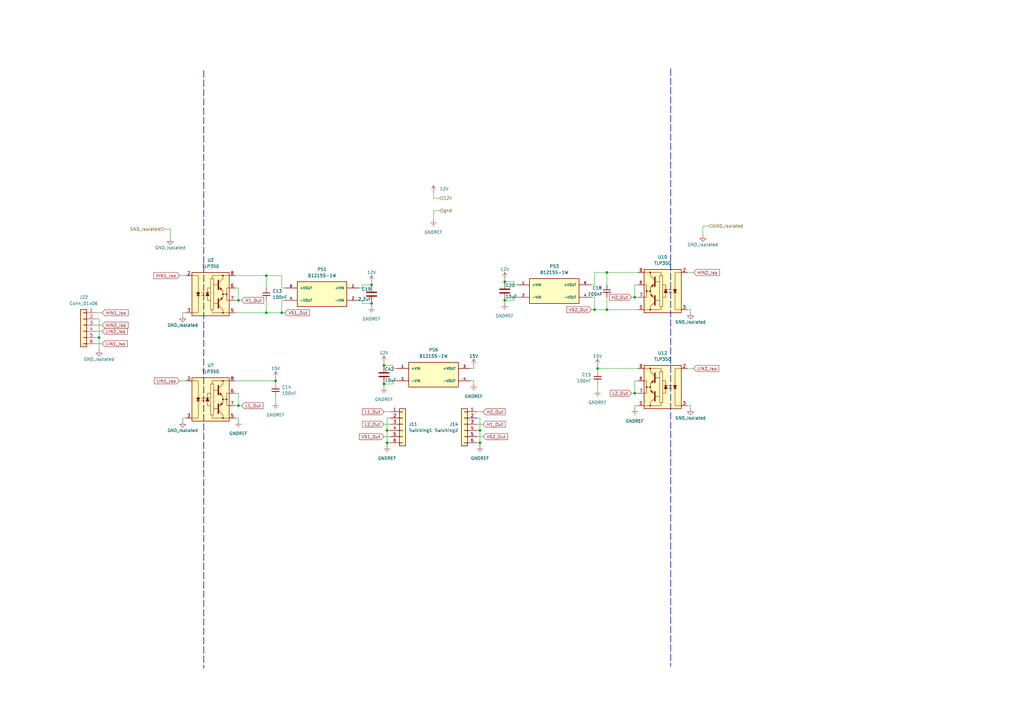
<source format=kicad_sch>
(kicad_sch (version 20250114) (generator "eeschema") (generator_version "9.0")
  (paper "A3")
  (lib_symbols
    (symbol "B1205S-2W_1" (pin_names (offset 1.016))
      (property "Reference" "PS6" (at 0 10.16 0))
      (property "Value" "B1215S-1W" (at 0 7.62 0))
      (symbol "B1205S-2W_1_0_0"
        (rectangle (start -10.16 -5.08) (end 10.16 5.08) (stroke (width 0.254)) (fill (type background)))
        (pin input line (at -15.24 2.54 0) (length 5.08) (name "+VIN") (number "1"))
        (pin input line (at -15.24 -2.54 0) (length 5.08) (name "-VIN") (number "2"))
        (pin output line (at 15.24 2.54 180) (length 5.08) (name "+VOUT") (number "3"))
        (pin output line (at 15.24 -2.54 180) (length 5.08) (name "-VOUT") (number "4"))
      )
    )
    (symbol "B2405S-2W:B1205S-2W" (pin_names (offset 1.016))
      (property "Reference" "PS" (at -10.1639 6.3579 0))
      (property "Value" "B1205S-2W" (at -10.1614 -7.6227 0))
      (symbol "B1205S-2W_0_0"
        (rectangle (start -10.16 -5.08) (end 10.16 5.08) (stroke (width 0.254)) (fill (type background)))
        (pin input line (at -15.24 2.54 0) (length 5.08) (name "+VIN") (number "1"))
        (pin input line (at -15.24 -2.54 0) (length 5.08) (name "-VIN") (number "2"))
        (pin output line (at 15.24 2.54 180) (length 5.08) (name "+VOUT") (number "6"))
        (pin output line (at 15.24 -2.54 180) (length 5.08) (name "-VOUT") (number "4"))
      )
    )
    (symbol "Connector_Generic:Conn_01x06" (pin_names (offset 1.016) (hide yes))
      (property "Reference" "J" (at 0 7.62 0))
      (property "Value" "Conn_01x06" (at 0 -10.16 0))
      (symbol "Conn_01x06_1_1"
        (rectangle (start -1.27 6.35) (end 1.27 -8.89) (stroke (width 0.254)) (fill (type background)))
        (rectangle (start -1.27 5.207) (end 0 4.953) (stroke (width 0.1524)))
        (rectangle (start -1.27 2.667) (end 0 2.413) (stroke (width 0.1524)))
        (rectangle (start -1.27 0.127) (end 0 -0.127) (stroke (width 0.1524)))
        (rectangle (start -1.27 -2.413) (end 0 -2.667) (stroke (width 0.1524)))
        (rectangle (start -1.27 -4.953) (end 0 -5.207) (stroke (width 0.1524)))
        (rectangle (start -1.27 -7.493) (end 0 -7.747) (stroke (width 0.1524)))
        (pin passive line (at -5.08 5.08 0) (length 3.81) (name "Pin_1") (number "1"))
        (pin passive line (at -5.08 2.54 0) (length 3.81) (name "Pin_2") (number "2"))
        (pin passive line (at -5.08 0 0) (length 3.81) (name "Pin_3") (number "3"))
        (pin passive line (at -5.08 -2.54 0) (length 3.81) (name "Pin_4") (number "4"))
        (pin passive line (at -5.08 -5.08 0) (length 3.81) (name "Pin_5") (number "5"))
        (pin passive line (at -5.08 -7.62 0) (length 3.81) (name "Pin_6") (number "6"))
      )
    )
    (symbol "Device:C" (pin_numbers (hide yes)) (pin_names (offset 0.254))
      (property "Reference" "C" (at 0.635 2.54 0))
      (property "Value" "C" (at 0.635 -2.54 0))
      (symbol "C_0_1"
        (polyline (pts (xy -2.032 0.762) (xy 2.032 0.762)) (stroke (width 0.508)))
        (polyline (pts (xy -2.032 -0.762) (xy 2.032 -0.762)) (stroke (width 0.508)))
      )
      (symbol "C_1_1"
        (pin passive line (at 0 3.81 270) (length 2.794) (name "~") (number "1"))
        (pin passive line (at 0 -3.81 90) (length 2.794) (name "~") (number "2"))
      )
    )
    (symbol "Device:C_Small" (pin_numbers (hide yes)) (pin_names (offset 0.254) (hide yes))
      (property "Reference" "C" (at 0.254 1.778 0))
      (property "Value" "C_Small" (at 0.254 -2.032 0))
      (symbol "C_Small_0_1"
        (polyline (pts (xy -1.524 0.508) (xy 1.524 0.508)) (stroke (width 0.3048)))
        (polyline (pts (xy -1.524 -0.508) (xy 1.524 -0.508)) (stroke (width 0.3302)))
      )
      (symbol "C_Small_1_1"
        (pin passive line (at 0 2.54 270) (length 2.032) (name "~") (number "1"))
        (pin passive line (at 0 -2.54 90) (length 2.032) (name "~") (number "2"))
      )
    )
    (symbol "Driver_FET:TLP250" (pin_names (hide yes))
      (property "Reference" "U" (at 0 12.7 0))
      (property "Value" "TLP250" (at 0 10.16 0))
      (symbol "TLP250_0_1"
        (rectangle (start -7.62 8.89) (end 7.62 -8.89) (stroke (width 0.254)) (fill (type background)))
        (polyline (pts (xy -7.62 7.62) (xy -5.08 7.62) (xy -5.08 -7.62) (xy -7.62 -7.62)))
        (polyline (pts (xy -5.715 -0.635) (xy -4.445 -0.635)) (stroke (width 0.254)))
        (polyline (pts (xy -5.08 -0.635) (xy -5.715 0.635) (xy -4.445 0.635) (xy -5.08 -0.635)) (stroke (width 0.254)) (fill (type outline)))
        (polyline (pts (xy -3.81 0.508) (xy -2.54 0.508) (xy -2.921 0.381) (xy -2.921 0.635) (xy -2.54 0.508)))
        (polyline (pts (xy -3.81 -0.508) (xy -2.54 -0.508) (xy -2.921 -0.635) (xy -2.921 -0.381) (xy -2.54 -0.508)))
        (polyline (pts (xy -1.27 0.635) (xy -1.27 2.54) (xy 0 2.54)))
        (polyline (pts (xy -1.27 0.635) (xy -0.635 -0.635) (xy -1.905 -0.635) (xy -1.27 0.635)) (stroke (width 0.254)) (fill (type outline)))
        (polyline (pts (xy -1.27 -0.635) (xy -1.27 -2.54) (xy 0 -2.54)))
        (polyline (pts (xy -0.635 0.635) (xy -1.905 0.635)) (stroke (width 0.254)))
        (rectangle (start 0.635 6.35) (end 0.635 7.62))
        (rectangle (start 0.635 6.35) (end 0.635 6.35))
        (polyline (pts (xy 0.635 -6.35) (xy 0.635 -7.62) (xy 7.62 -7.62)))
        (polyline (pts (xy 1.27 6.35) (xy 1.27 -6.35) (xy 0 -6.35) (xy 0 6.35) (xy 1.27 6.35)))
        (polyline (pts (xy 3.048 3.81) (xy 1.27 3.81)))
        (polyline (pts (xy 3.048 -3.81) (xy 1.27 -3.81)))
        (polyline (pts (xy 3.175 5.715) (xy 3.175 1.905) (xy 3.175 1.905)) (stroke (width 0.508)))
        (polyline (pts (xy 3.175 4.445) (xy 5.08 6.35)))
        (polyline (pts (xy 3.175 -4.445) (xy 5.08 -6.35)))
        (polyline (pts (xy 3.175 -5.715) (xy 3.175 -1.905) (xy 3.175 -1.905)) (stroke (width 0.508)))
        (polyline (pts (xy 3.683 2.159) (xy 4.191 2.667) (xy 4.699 1.651) (xy 3.683 2.159) (xy 3.683 2.159)) (fill (type outline)))
        (polyline (pts (xy 4.953 -1.905) (xy 4.445 -1.397) (xy 3.937 -2.413) (xy 4.953 -1.905) (xy 4.953 -1.905)) (fill (type outline)))
        (circle (center 5.08 7.62) (radius 0.254) (fill (type outline)))
        (polyline (pts (xy 5.08 6.35) (xy 5.08 7.62)))
        (polyline (pts (xy 5.08 1.27) (xy 3.175 3.175)) (fill (type outline)))
        (rectangle (start 5.08 1.27) (end 5.08 -1.27))
        (polyline (pts (xy 5.08 0) (xy 6.604 0)))
        (circle (center 5.08 0) (radius 0.254) (fill (type outline)))
        (polyline (pts (xy 5.08 -1.27) (xy 3.175 -3.175)) (fill (type outline)))
        (polyline (pts (xy 5.08 -6.35) (xy 5.08 -7.62)))
        (circle (center 5.08 -7.62) (radius 0.254) (fill (type outline)))
        (circle (center 6.604 0) (radius 0.254) (fill (type outline)))
        (polyline (pts (xy 7.62 7.62) (xy 0.635 7.62)))
        (polyline (pts (xy 7.62 2.54) (xy 6.604 2.54) (xy 6.604 -2.54) (xy 7.62 -2.54)))
      )
      (symbol "TLP250_1_1"
        (pin passive line (at -10.16 7.62 0) (length 2.54) (name "A") (number "2"))
        (pin passive line (at -10.16 -7.62 0) (length 2.54) (name "C") (number "3"))
        (pin no_connect line (at -7.62 2.54 0) (length 2.54) (hide yes) (name "NC") (number "1"))
        (pin no_connect line (at -7.62 -2.54 0) (length 2.54) (hide yes) (name "NC") (number "4"))
        (pin power_in line (at 10.16 7.62 180) (length 2.54) (name "VCC") (number "8"))
        (pin output line (at 10.16 2.54 180) (length 2.54) (name "VO") (number "6"))
        (pin output line (at 10.16 -2.54 180) (length 2.54) (name "VO") (number "7"))
        (pin power_in line (at 10.16 -7.62 180) (length 2.54) (name "VEE") (number "5"))
      )
    )
    (symbol "power:+48V" (power) (pin_numbers (hide yes)) (pin_names (offset 0) (hide yes))
      (property "Value" "+48V" (at 0 3.556 0))
      (symbol "+48V_0_1"
        (polyline (pts (xy -0.762 1.27) (xy 0 2.54)))
        (polyline (pts (xy 0 2.54) (xy 0.762 1.27)))
        (polyline (pts (xy 0 0) (xy 0 2.54)))
      )
      (symbol "+48V_1_1"
        (pin power_in line (at 0 0 90) (length 0) (name "~") (number "1"))
      )
    )
    (symbol "power:GND" (power) (pin_numbers (hide yes)) (pin_names (offset 0) (hide yes))
      (property "Value" "GND" (at 0 -3.81 0))
      (symbol "GND_0_1"
        (polyline (pts (xy 0 0) (xy 0 -1.27) (xy 1.27 -1.27) (xy 0 -2.54) (xy -1.27 -1.27) (xy 0 -1.27)))
      )
      (symbol "GND_1_1"
        (pin power_in line (at 0 0 270) (length 0) (name "~") (number "1"))
      )
    )
    (symbol "power:GNDREF" (power) (pin_numbers (hide yes)) (pin_names (offset 0) (hide yes))
      (property "Value" "GNDREF" (at 0 -3.81 0))
      (symbol "GNDREF_0_1"
        (polyline (pts (xy -0.635 -1.905) (xy 0.635 -1.905)))
        (polyline (pts (xy -0.127 -2.54) (xy 0.127 -2.54)))
        (polyline (pts (xy 0 -1.27) (xy 0 0)))
        (polyline (pts (xy 1.27 -1.27) (xy -1.27 -1.27)))
      )
      (symbol "GNDREF_1_1"
        (pin power_in line (at 0 0 270) (length 0) (name "~") (number "1"))
      )
    )
  )
  (junction (at 97.79 166.37))
  (junction (at 260.35 161.29))
  (junction (at 157.48 149.86))
  (junction (at 207.01 123.19))
  (junction (at 97.79 123.19))
  (junction (at 196.85 181.61))
  (junction (at 109.22 113.03))
  (junction (at 260.35 121.92))
  (junction (at 152.4 116.84))
  (junction (at 207.01 115.57))
  (junction (at 158.75 176.53))
  (junction (at 196.85 176.53))
  (junction (at 113.03 156.21))
  (junction (at 248.92 111.76))
  (junction (at 40.64 138.43))
  (junction (at 152.4 124.46))
  (junction (at 245.11 151.13))
  (junction (at 109.22 128.27))
  (junction (at 115.57 128.27))
  (junction (at 243.84 127))
  (junction (at 157.48 157.48))
  (junction (at 158.75 181.61))
  (junction (at 248.92 127))
  (wire (pts (xy 194.31 156.21) (xy 194.31 157.48)))
  (wire (pts (xy 157.48 168.91) (xy 160.02 168.91)))
  (wire (pts (xy 157.48 148.59) (xy 157.48 149.86)))
  (wire (pts (xy 243.84 127) (xy 248.92 127)))
  (wire (pts (xy 243.84 121.92) (xy 243.84 127)))
  (wire (pts (xy 242.57 121.92) (xy 243.84 121.92)))
  (polyline (pts (xy 275.082 28.194) (xy 275.082 273.304)) (stroke (width 0.254) (type dash)))
  (wire (pts (xy 148.59 118.11) (xy 147.32 118.11)))
  (wire (pts (xy 177.8 90.17) (xy 177.8 86.36)))
  (wire (pts (xy 157.48 149.86) (xy 161.29 149.86)))
  (wire (pts (xy 196.85 182.88) (xy 196.85 181.61)))
  (wire (pts (xy 260.35 156.21) (xy 260.35 161.29)))
  (wire (pts (xy 177.8 81.28) (xy 180.34 81.28)))
  (wire (pts (xy 158.75 176.53) (xy 160.02 176.53)))
  (wire (pts (xy 210.82 115.57) (xy 210.82 116.84)))
  (wire (pts (xy 162.56 156.21) (xy 161.29 156.21)))
  (wire (pts (xy 113.03 162.56) (xy 113.03 165.1)))
  (wire (pts (xy 115.57 118.11) (xy 116.84 118.11)))
  (wire (pts (xy 96.52 171.45) (xy 97.79 171.45)))
  (wire (pts (xy 97.79 118.11) (xy 97.79 123.19)))
  (wire (pts (xy 193.04 151.13) (xy 194.31 151.13)))
  (wire (pts (xy 40.64 130.81) (xy 39.37 130.81)))
  (wire (pts (xy 39.37 135.89) (xy 41.91 135.89)))
  (wire (pts (xy 261.62 161.29) (xy 260.35 161.29)))
  (wire (pts (xy 152.4 115.57) (xy 152.4 116.84)))
  (wire (pts (xy 196.85 176.53) (xy 196.85 171.45)))
  (wire (pts (xy 207.01 114.3) (xy 207.01 115.57)))
  (wire (pts (xy 161.29 151.13) (xy 162.56 151.13)))
  (wire (pts (xy 73.66 113.03) (xy 76.2 113.03)))
  (wire (pts (xy 39.37 128.27) (xy 41.91 128.27)))
  (wire (pts (xy 97.79 123.19) (xy 99.06 123.19)))
  (wire (pts (xy 196.85 171.45) (xy 195.58 171.45)))
  (wire (pts (xy 97.79 161.29) (xy 97.79 166.37)))
  (wire (pts (xy 96.52 123.19) (xy 97.79 123.19)))
  (wire (pts (xy 115.57 128.27) (xy 116.84 128.27)))
  (wire (pts (xy 39.37 140.97) (xy 41.91 140.97)))
  (wire (pts (xy 113.03 156.21) (xy 96.52 156.21)))
  (wire (pts (xy 245.11 149.86) (xy 245.11 151.13)))
  (wire (pts (xy 248.92 121.92) (xy 248.92 127)))
  (wire (pts (xy 74.93 128.27) (xy 74.93 129.54)))
  (wire (pts (xy 261.62 116.84) (xy 260.35 116.84)))
  (wire (pts (xy 161.29 149.86) (xy 161.29 151.13)))
  (wire (pts (xy 198.12 179.07) (xy 195.58 179.07)))
  (wire (pts (xy 158.75 181.61) (xy 158.75 176.53)))
  (wire (pts (xy 177.8 78.74) (xy 177.8 81.28)))
  (wire (pts (xy 193.04 156.21) (xy 194.31 156.21)))
  (wire (pts (xy 147.32 123.19) (xy 148.59 123.19)))
  (wire (pts (xy 97.79 166.37) (xy 99.06 166.37)))
  (wire (pts (xy 198.12 168.91) (xy 195.58 168.91)))
  (wire (pts (xy 152.4 116.84) (xy 148.59 116.84)))
  (wire (pts (xy 109.22 128.27) (xy 115.57 128.27)))
  (wire (pts (xy 210.82 121.92) (xy 210.82 123.19)))
  (wire (pts (xy 96.52 128.27) (xy 109.22 128.27)))
  (wire (pts (xy 261.62 121.92) (xy 260.35 121.92)))
  (wire (pts (xy 212.09 121.92) (xy 210.82 121.92)))
  (wire (pts (xy 96.52 161.29) (xy 97.79 161.29)))
  (wire (pts (xy 243.84 116.84) (xy 243.84 111.76)))
  (wire (pts (xy 115.57 123.19) (xy 116.84 123.19)))
  (wire (pts (xy 158.75 181.61) (xy 160.02 181.61)))
  (wire (pts (xy 261.62 156.21) (xy 260.35 156.21)))
  (wire (pts (xy 67.31 93.98) (xy 69.85 93.98)))
  (wire (pts (xy 260.35 121.92) (xy 259.08 121.92)))
  (wire (pts (xy 210.82 116.84) (xy 212.09 116.84)))
  (wire (pts (xy 248.92 116.84) (xy 248.92 111.76)))
  (wire (pts (xy 288.29 92.71) (xy 288.29 96.52)))
  (wire (pts (xy 284.48 111.76) (xy 281.94 111.76)))
  (wire (pts (xy 196.85 181.61) (xy 195.58 181.61)))
  (wire (pts (xy 148.59 123.19) (xy 148.59 124.46)))
  (wire (pts (xy 152.4 124.46) (xy 152.4 125.73)))
  (wire (pts (xy 207.01 124.46) (xy 207.01 123.19)))
  (wire (pts (xy 74.93 128.27) (xy 76.2 128.27)))
  (wire (pts (xy 39.37 133.35) (xy 41.91 133.35)))
  (wire (pts (xy 260.35 166.37) (xy 260.35 167.64)))
  (wire (pts (xy 113.03 157.48) (xy 113.03 156.21)))
  (wire (pts (xy 260.35 161.29) (xy 259.08 161.29)))
  (wire (pts (xy 97.79 171.45) (xy 97.79 172.72)))
  (wire (pts (xy 39.37 138.43) (xy 40.64 138.43)))
  (wire (pts (xy 198.12 173.99) (xy 195.58 173.99)))
  (wire (pts (xy 196.85 181.61) (xy 196.85 176.53)))
  (wire (pts (xy 115.57 113.03) (xy 115.57 118.11)))
  (wire (pts (xy 69.85 93.98) (xy 69.85 97.79)))
  (wire (pts (xy 290.83 92.71) (xy 288.29 92.71)))
  (wire (pts (xy 109.22 113.03) (xy 115.57 113.03)))
  (wire (pts (xy 113.03 154.94) (xy 113.03 156.21)))
  (wire (pts (xy 243.84 111.76) (xy 248.92 111.76)))
  (wire (pts (xy 242.57 116.84) (xy 243.84 116.84)))
  (wire (pts (xy 161.29 156.21) (xy 161.29 157.48)))
  (wire (pts (xy 74.93 171.45) (xy 74.93 172.72)))
  (wire (pts (xy 245.11 152.4) (xy 245.11 151.13)))
  (wire (pts (xy 248.92 111.76) (xy 261.62 111.76)))
  (wire (pts (xy 96.52 113.03) (xy 109.22 113.03)))
  (wire (pts (xy 157.48 179.07) (xy 160.02 179.07)))
  (wire (pts (xy 158.75 171.45) (xy 160.02 171.45)))
  (wire (pts (xy 96.52 118.11) (xy 97.79 118.11)))
  (wire (pts (xy 96.52 166.37) (xy 97.79 166.37)))
  (wire (pts (xy 283.21 127) (xy 283.21 128.27)))
  (wire (pts (xy 284.48 151.13) (xy 281.94 151.13)))
  (wire (pts (xy 148.59 116.84) (xy 148.59 118.11)))
  (wire (pts (xy 157.48 157.48) (xy 161.29 157.48)))
  (wire (pts (xy 158.75 182.88) (xy 158.75 181.61)))
  (wire (pts (xy 157.48 173.99) (xy 160.02 173.99)))
  (wire (pts (xy 115.57 123.19) (xy 115.57 128.27)))
  (wire (pts (xy 73.66 156.21) (xy 76.2 156.21)))
  (wire (pts (xy 157.48 158.75) (xy 157.48 157.48)))
  (wire (pts (xy 158.75 176.53) (xy 158.75 171.45)))
  (wire (pts (xy 40.64 138.43) (xy 40.64 143.51)))
  (wire (pts (xy 248.92 127) (xy 261.62 127)))
  (wire (pts (xy 207.01 123.19) (xy 210.82 123.19)))
  (polyline (pts (xy 83.566 28.956) (xy 83.566 274.066)) (stroke (width 0.254) (type dash)))
  (wire (pts (xy 245.11 157.48) (xy 245.11 160.02)))
  (wire (pts (xy 245.11 151.13) (xy 261.62 151.13)))
  (wire (pts (xy 261.62 166.37) (xy 260.35 166.37)))
  (wire (pts (xy 283.21 166.37) (xy 283.21 167.64)))
  (wire (pts (xy 242.57 127) (xy 243.84 127)))
  (wire (pts (xy 177.8 86.36) (xy 180.34 86.36)))
  (wire (pts (xy 207.01 115.57) (xy 210.82 115.57)))
  (wire (pts (xy 109.22 113.03) (xy 109.22 118.11)))
  (wire (pts (xy 109.22 123.19) (xy 109.22 128.27)))
  (wire (pts (xy 260.35 116.84) (xy 260.35 121.92)))
  (wire (pts (xy 40.64 130.81) (xy 40.64 138.43)))
  (wire (pts (xy 283.21 127) (xy 281.94 127)))
  (wire (pts (xy 196.85 176.53) (xy 195.58 176.53)))
  (wire (pts (xy 283.21 166.37) (xy 281.94 166.37)))
  (wire (pts (xy 152.4 124.46) (xy 148.59 124.46)))
  (wire (pts (xy 74.93 171.45) (xy 76.2 171.45)))
  (wire (pts (xy 194.31 151.13) (xy 194.31 149.86)))
  (global_label "L2_Out" (shape input) (at 157.48 173.99 180) (property "Intersheetrefs" "${INTERSHEET_REFS}" (effects (hide yes))))
  (global_label "L1_Out" (shape input) (at 99.06 166.37 0) (property "Intersheetrefs" "${INTERSHEET_REFS}" (effects (hide yes))))
  (global_label "H2_Out" (shape input) (at 259.08 121.92 180) (property "Intersheetrefs" "${INTERSHEET_REFS}" (effects (hide yes))))
  (global_label "VS2_Out" (shape input) (at 198.12 179.07 0) (property "Intersheetrefs" "${INTERSHEET_REFS}" (effects (hide yes))))
  (global_label "HIN1_Iso" (shape input) (at 41.91 128.27 0) (property "Intersheetrefs" "${INTERSHEET_REFS}" (effects (hide yes))))
  (global_label "LIN2_Iso" (shape input) (at 41.91 135.89 0) (property "Intersheetrefs" "${INTERSHEET_REFS}" (effects (hide yes))))
  (global_label "HIN2_Iso" (shape input) (at 284.48 111.76 0) (property "Intersheetrefs" "${INTERSHEET_REFS}" (effects (hide yes))))
  (global_label "L1_Out" (shape input) (at 157.48 168.91 180) (property "Intersheetrefs" "${INTERSHEET_REFS}" (effects (hide yes))))
  (global_label "H2_Out" (shape input) (at 198.12 168.91 0) (property "Intersheetrefs" "${INTERSHEET_REFS}" (effects (hide yes))))
  (global_label "VS1_Out" (shape input) (at 116.84 128.27 0) (property "Intersheetrefs" "${INTERSHEET_REFS}" (effects (hide yes))))
  (global_label "HIN1_Iso" (shape input) (at 73.66 113.03 180) (property "Intersheetrefs" "${INTERSHEET_REFS}" (effects (hide yes))))
  (global_label "L2_Out" (shape input) (at 259.08 161.29 180) (property "Intersheetrefs" "${INTERSHEET_REFS}" (effects (hide yes))))
  (global_label "HIN2_Iso" (shape input) (at 41.91 133.35 0) (property "Intersheetrefs" "${INTERSHEET_REFS}" (effects (hide yes))))
  (global_label "H1_Out" (shape input) (at 198.12 173.99 0) (property "Intersheetrefs" "${INTERSHEET_REFS}" (effects (hide yes))))
  (global_label "VS1_Out" (shape input) (at 157.48 179.07 180) (property "Intersheetrefs" "${INTERSHEET_REFS}" (effects (hide yes))))
  (global_label "H1_Out" (shape input) (at 99.06 123.19 0) (property "Intersheetrefs" "${INTERSHEET_REFS}" (effects (hide yes))))
  (global_label "LIN2_Iso" (shape input) (at 284.48 151.13 0) (property "Intersheetrefs" "${INTERSHEET_REFS}" (effects (hide yes))))
  (global_label "LIN1_Iso" (shape input) (at 41.91 140.97 0) (property "Intersheetrefs" "${INTERSHEET_REFS}" (effects (hide yes))))
  (global_label "LIN1_Iso" (shape input) (at 73.66 156.21 180) (property "Intersheetrefs" "${INTERSHEET_REFS}" (effects (hide yes))))
  (global_label "VS2_Out" (shape input) (at 242.57 127 180) (property "Intersheetrefs" "${INTERSHEET_REFS}" (effects (hide yes))))
  (hierarchical_label "GND_Isolated" (shape input) (at 67.31 93.98 180))
  (hierarchical_label "12V" (shape input) (at 180.34 81.28 0))
  (hierarchical_label "gnd" (shape input) (at 180.34 86.36 0))
  (hierarchical_label "GND_Isolated" (shape input) (at 290.83 92.71 0))
  (symbol (lib_id "power:GNDREF") (at 196.85 182.88 0) (mirror y) (unit 1)
    (property "Reference" "#PWR030" (effects (hide yes)))
    (property "Value" "GNDREF" (at 196.85 187.96 0))
    (property "Description" "Power symbol creates a global label with name \"GNDREF\" , reference supply ground" (effects (hide yes)))
  )
  (symbol (lib_id "power:+48V") (at 157.48 148.59 0) (mirror y) (unit 1)
    (property "Reference" "#PWR016" (effects (hide yes)))
    (property "Value" "12V" (at 157.48 144.78 0))
    (property "Description" "Power symbol creates a global label with name \"+48V\"" (effects (hide yes)))
  )
  (symbol (lib_id "power:GND") (at 40.64 143.51 0) (unit 1)
    (property "Reference" "#PWR0139" (effects (hide yes)))
    (property "Value" "GND_Isolated" (at 40.64 147.32 0))
    (property "Description" "Power symbol creates a global label with name \"GND\" , ground" (effects (hide yes)))
  )
  (symbol (lib_id "B2405S-2W:B1205S-2W") (at 227.33 119.38 0) (unit 1)
    (property "Reference" "PS3" (at 227.33 109.22 0))
    (property "Value" "B1215S-1W" (at 227.33 111.76 0))
    (property "Footprint" "SIP4_B_S-1WR3_MNS:SIP4_B_S-1WR3_MNS" (effects (hide yes)))
    (property "MF" "Recom Power" (effects (hide yes)))
    (property "MAXIMUM_PACKAGE_HEIGHT" "10.2mm" (effects (hide yes)))
    (property "Package" "SIP-7 Recom Power" (effects (hide yes)))
    (property "Price" "None" (effects (hide yes)))
    (property "Check_prices" "https://www.snapeda.com/parts/RE-2405S/HP/Recom+Power/view-part/?ref=eda" (effects (hide yes)))
    (property "STANDARD" "Manufacturer Recommendations" (effects (hide yes)))
    (property "PARTREV" "1" (effects (hide yes)))
    (property "SnapEDA_Link" "https://www.snapeda.com/parts/RE-2405S/HP/Recom+Power/view-part/?ref=snap" (effects (hide yes)))
    (property "MP" "RE-2405S/HP" (effects (hide yes)))
    (property "Description_1" "1W DC/DC-Converter 'ECONOLINE' SIP7 2kV unreg" (effects (hide yes)))
    (property "Availability" "In Stock" (effects (hide yes)))
    (property "MANUFACTURER" "Recom" (effects (hide yes)))
  )
  (symbol (lib_id "Driver_FET:TLP250") (at 271.78 158.75 0) (mirror y) (unit 1)
    (property "Reference" "U12" (at 271.78 144.78 0))
    (property "Value" "TLP350" (at 271.78 147.32 0))
    (property "Footprint" "Package_SO:SOP-8_3.76x4.96mm_P1.27mm" (effects (hide yes)))
    (property "Datasheet" "http://toshiba.semicon-storage.com/info/docget.jsp?did=16821&prodName=TLP250" (effects (hide yes)))
    (property "Description" "Gate Drive Optocoupler, Output Current 1.5/1.5A, DIP-8" (effects (hide yes)))
  )
  (symbol (lib_id "power:GNDREF") (at 152.4 125.73 0) (unit 1)
    (property "Reference" "#PWR0189" (effects (hide yes)))
    (property "Value" "GNDREF" (at 152.4 130.81 0))
    (property "Description" "Power symbol creates a global label with name \"GNDREF\" , reference supply ground" (effects (hide yes)))
  )
  (symbol (lib_id "power:GNDREF") (at 260.35 167.64 0) (mirror y) (unit 1)
    (property "Reference" "#PWR0132" (effects (hide yes)))
    (property "Value" "GNDREF" (at 260.35 172.72 0))
    (property "Description" "Power symbol creates a global label with name \"GNDREF\" , reference supply ground" (effects (hide yes)))
  )
  (symbol (lib_id "power:GNDREF") (at 245.11 160.02 0) (mirror y) (unit 1)
    (property "Reference" "#PWR0129" (effects (hide yes)))
    (property "Value" "GNDREF" (at 245.11 165.1 0))
    (property "Description" "Power symbol creates a global label with name \"GNDREF\" , reference supply ground" (effects (hide yes)))
  )
  (symbol (lib_id "Driver_FET:TLP250") (at 86.36 163.83 0) (unit 1)
    (property "Reference" "U7" (at 86.36 149.86 0))
    (property "Value" "TLP350" (at 86.36 152.4 0))
    (property "Footprint" "Package_SO:SOP-8_3.76x4.96mm_P1.27mm" (effects (hide yes)))
    (property "Datasheet" "http://toshiba.semicon-storage.com/info/docget.jsp?did=16821&prodName=TLP250" (effects (hide yes)))
    (property "Description" "Gate Drive Optocoupler, Output Current 1.5/1.5A, DIP-8" (effects (hide yes)))
  )
  (symbol (lib_id "Connector_Generic:Conn_01x06") (at 34.29 133.35 0) (mirror y) (unit 1)
    (property "Reference" "J22" (at 34.29 121.92 0))
    (property "Value" "Conn_01x06" (at 34.29 124.46 0))
    (property "Footprint" "Connector_PinSocket_2.54mm:PinSocket_1x06_P2.54mm_Vertical" (effects (hide yes)))
    (property "Description" "Generic connector, single row, 01x06, script generated (kicad-library-utils/schlib/autogen/connector/)" (effects (hide yes)))
  )
  (symbol (lib_id "Connector_Generic:Conn_01x06") (at 165.1 173.99 0) (unit 1)
    (property "Reference" "J11" (at 167.64 173.9899 0) (effects (justify left)))
    (property "Value" "Swiching1" (at 167.64 176.5299 0) (effects (justify left)))
    (property "Footprint" "Connector_Molex:Molex_Mini-Fit_Jr_5566-06A_2x03_P4.20mm_Vertical" (effects (hide yes)))
    (property "Description" "Generic connector, single row, 01x06, script generated (kicad-library-utils/schlib/autogen/connector/)" (effects (hide yes)))
  )
  (symbol (lib_id "power:GND") (at 288.29 96.52 0) (unit 1)
    (property "Reference" "#PWR0151" (effects (hide yes)))
    (property "Value" "GND_Isolated" (at 288.29 100.33 0))
    (property "Description" "Power symbol creates a global label with name \"GND\" , ground" (effects (hide yes)))
  )
  (symbol (lib_id "power:+48V") (at 177.8 78.74 0) (unit 1)
    (property "Reference" "#PWR0122" (effects (hide yes)))
    (property "Value" "12V" (at 180.34 77.4699 0) (effects (justify left)))
    (property "Description" "Power symbol creates a global label with name \"+48V\"" (effects (hide yes)))
  )
  (symbol (lib_id "Device:C_Small") (at 109.22 120.65 0) (unit 1)
    (property "Reference" "C13" (at 111.76 119.3862 0) (effects (justify left)))
    (property "Value" "100nF" (at 111.76 121.9262 0) (effects (justify left)))
    (property "Footprint" "Capacitor_SMD:C_0805_2012Metric" (effects (hide yes)))
  )
  (symbol (lib_id "power:GNDREF") (at 207.01 124.46 0) (mirror y) (unit 1)
    (property "Reference" "#PWR0130" (effects (hide yes)))
    (property "Value" "GNDREF" (at 207.01 129.54 0))
    (property "Description" "Power symbol creates a global label with name \"GNDREF\" , reference supply ground" (effects (hide yes)))
  )
  (symbol (lib_id "Device:C") (at 207.01 119.38 0) (unit 1)
    (property "Reference" "C20" (at 207.264 117.094 0) (effects (justify left)))
    (property "Value" "10uF" (at 207.264 121.666 0) (effects (justify left)))
    (property "Footprint" "Capacitor_SMD:C_0805_2012Metric" (effects (hide yes)))
    (property "Description" "Unpolarized capacitor" (effects (hide yes)))
  )
  (symbol (lib_id "power:GNDREF") (at 157.48 158.75 0) (mirror y) (unit 1)
    (property "Reference" "#PWR026" (effects (hide yes)))
    (property "Value" "GNDREF" (at 157.48 163.83 0))
    (property "Description" "Power symbol creates a global label with name \"GNDREF\" , reference supply ground" (effects (hide yes)))
  )
  (symbol (lib_id "B2405S-2W:B1205S-2W") (at 132.08 120.65 0) (mirror y) (unit 1)
    (property "Reference" "PS1" (at 132.08 110.49 0))
    (property "Value" "B1215S-1W" (at 132.08 113.03 0))
    (property "Footprint" "SIP4_B_S-1WR3_MNS:SIP4_B_S-1WR3_MNS" (effects (hide yes)))
    (property "MF" "Recom Power" (effects (hide yes)))
    (property "MAXIMUM_PACKAGE_HEIGHT" "10.2mm" (effects (hide yes)))
    (property "Package" "SIP-7 Recom Power" (effects (hide yes)))
    (property "Price" "None" (effects (hide yes)))
    (property "Check_prices" "https://www.snapeda.com/parts/RE-2405S/HP/Recom+Power/view-part/?ref=eda" (effects (hide yes)))
    (property "STANDARD" "Manufacturer Recommendations" (effects (hide yes)))
    (property "PARTREV" "1" (effects (hide yes)))
    (property "SnapEDA_Link" "https://www.snapeda.com/parts/RE-2405S/HP/Recom+Power/view-part/?ref=snap" (effects (hide yes)))
    (property "MP" "RE-2405S/HP" (effects (hide yes)))
    (property "Description_1" "1W DC/DC-Converter 'ECONOLINE' SIP7 2kV unreg" (effects (hide yes)))
    (property "Availability" "In Stock" (effects (hide yes)))
    (property "MANUFACTURER" "Recom" (effects (hide yes)))
  )
  (symbol (lib_id "power:+48V") (at 152.4 115.57 0) (unit 1)
    (property "Reference" "#PWR0188" (effects (hide yes)))
    (property "Value" "12V" (at 152.4 111.76 0))
    (property "Description" "Power symbol creates a global label with name \"+48V\"" (effects (hide yes)))
  )
  (symbol (lib_id "power:GND") (at 74.93 129.54 0) (unit 1)
    (property "Reference" "#PWR0194" (effects (hide yes)))
    (property "Value" "GND_Isolated" (at 74.93 133.35 0))
    (property "Description" "Power symbol creates a global label with name \"GND\" , ground" (effects (hide yes)))
  )
  (symbol (lib_id "Device:C_Small") (at 248.92 119.38 0) (mirror y) (unit 1)
    (property "Reference" "C18" (at 246.888 118.11 0) (effects (justify left)))
    (property "Value" "100nF" (at 247.142 120.65 0) (effects (justify left)))
    (property "Footprint" "Capacitor_SMD:C_0805_2012Metric" (effects (hide yes)))
  )
  (symbol (lib_id "Connector_Generic:Conn_01x06") (at 190.5 173.99 0) (mirror y) (unit 1)
    (property "Reference" "J14" (at 187.96 173.9899 0) (effects (justify left)))
    (property "Value" "Swiching2" (at 187.96 176.5299 0) (effects (justify left)))
    (property "Footprint" "Connector_Molex:Molex_Mini-Fit_Jr_5566-06A_2x03_P4.20mm_Vertical" (effects (hide yes)))
    (property "Description" "Generic connector, single row, 01x06, script generated (kicad-library-utils/schlib/autogen/connector/)" (effects (hide yes)))
  )
  (symbol (lib_id "power:GND") (at 283.21 167.64 0) (mirror y) (unit 1)
    (property "Reference" "#PWR0135" (effects (hide yes)))
    (property "Value" "GND_Isolated" (at 283.21 171.45 0))
    (property "Description" "Power symbol creates a global label with name \"GND\" , ground" (effects (hide yes)))
  )
  (symbol (lib_id "Device:C_Small") (at 113.03 160.02 0) (unit 1)
    (property "Reference" "C14" (at 115.57 158.7562 0) (effects (justify left)))
    (property "Value" "100nF" (at 115.57 161.2962 0) (effects (justify left)))
    (property "Footprint" "Capacitor_SMD:C_0805_2012Metric" (effects (hide yes)))
  )
  (symbol (lib_id "Driver_FET:TLP250") (at 271.78 119.38 0) (mirror y) (unit 1)
    (property "Reference" "U10" (at 271.78 105.41 0))
    (property "Value" "TLP350" (at 271.78 107.95 0))
    (property "Footprint" "Package_SO:SOP-8_3.76x4.96mm_P1.27mm" (effects (hide yes)))
    (property "Datasheet" "http://toshiba.semicon-storage.com/info/docget.jsp?did=16821&prodName=TLP250" (effects (hide yes)))
    (property "Description" "Gate Drive Optocoupler, Output Current 1.5/1.5A, DIP-8" (effects (hide yes)))
  )
  (symbol (lib_name "B1205S-2W_1") (lib_id "B2405S-2W:B1205S-2W") (at 177.8 153.67 0) (unit 1)
    (property "Reference" "PS6" (at 177.8 143.51 0))
    (property "Value" "B1215S-1W" (at 177.8 146.05 0))
    (property "Footprint" "SIP4_B_S-1WR3_MNS:SIP4_B_S-1WR3_MNS" (effects (hide yes)))
    (property "MF" "Recom Power" (effects (hide yes)))
    (property "MAXIMUM_PACKAGE_HEIGHT" "10.2mm" (effects (hide yes)))
    (property "Package" "SIP-7 Recom Power" (effects (hide yes)))
    (property "Price" "None" (effects (hide yes)))
    (property "Check_prices" "https://www.snapeda.com/parts/RE-2405S/HP/Recom+Power/view-part/?ref=eda" (effects (hide yes)))
    (property "STANDARD" "Manufacturer Recommendations" (effects (hide yes)))
    (property "PARTREV" "1" (effects (hide yes)))
    (property "SnapEDA_Link" "https://www.snapeda.com/parts/RE-2405S/HP/Recom+Power/view-part/?ref=snap" (effects (hide yes)))
    (property "MP" "RE-2405S/HP" (effects (hide yes)))
    (property "Description_1" "1W DC/DC-Converter 'ECONOLINE' SIP7 2kV unreg" (effects (hide yes)))
    (property "Availability" "In Stock" (effects (hide yes)))
    (property "MANUFACTURER" "Recom" (effects (hide yes)))
  )
  (symbol (lib_id "power:GND") (at 69.85 97.79 0) (mirror y) (unit 1)
    (property "Reference" "#PWR0193" (effects (hide yes)))
    (property "Value" "GND_Isolated" (at 69.85 101.6 0))
    (property "Description" "Power symbol creates a global label with name \"GND\" , ground" (effects (hide yes)))
  )
  (symbol (lib_id "power:GND") (at 74.93 172.72 0) (unit 1)
    (property "Reference" "#PWR0195" (effects (hide yes)))
    (property "Value" "GND_Isolated" (at 74.93 176.53 0))
    (property "Description" "Power symbol creates a global label with name \"GND\" , ground" (effects (hide yes)))
  )
  (symbol (lib_id "Device:C") (at 152.4 120.65 0) (unit 1)
    (property "Reference" "C19" (at 148.336 118.618 0) (effects (justify left)))
    (property "Value" "2.2uF" (at 146.812 122.682 0) (effects (justify left)))
    (property "Footprint" "Capacitor_SMD:C_0805_2012Metric" (effects (hide yes)))
    (property "Description" "Unpolarized capacitor" (effects (hide yes)))
  )
  (symbol (lib_id "Driver_FET:TLP250") (at 86.36 120.65 0) (unit 1)
    (property "Reference" "U2" (at 86.36 106.68 0))
    (property "Value" "TLP350" (at 86.36 109.22 0))
    (property "Footprint" "Package_SO:SOP-8_3.76x4.96mm_P1.27mm" (effects (hide yes)))
    (property "Datasheet" "http://toshiba.semicon-storage.com/info/docget.jsp?did=16821&prodName=TLP250" (effects (hide yes)))
    (property "Description" "Gate Drive Optocoupler, Output Current 1.5/1.5A, DIP-8" (effects (hide yes)))
  )
  (symbol (lib_id "power:GNDREF") (at 113.03 165.1 0) (unit 1)
    (property "Reference" "#PWR0186" (effects (hide yes)))
    (property "Value" "GNDREF" (at 113.03 170.18 0))
    (property "Description" "Power symbol creates a global label with name \"GNDREF\" , reference supply ground" (effects (hide yes)))
  )
  (symbol (lib_id "power:+48V") (at 207.01 114.3 0) (mirror y) (unit 1)
    (property "Reference" "#PWR0131" (effects (hide yes)))
    (property "Value" "12V" (at 207.01 110.49 0))
    (property "Description" "Power symbol creates a global label with name \"+48V\"" (effects (hide yes)))
  )
  (symbol (lib_id "power:+48V") (at 245.11 149.86 0) (mirror y) (unit 1)
    (property "Reference" "#PWR0127" (effects (hide yes)))
    (property "Value" "15V" (at 245.11 146.05 0))
    (property "Description" "Power symbol creates a global label with name \"+48V\"" (effects (hide yes)))
  )
  (symbol (lib_id "power:GND") (at 283.21 128.27 0) (mirror y) (unit 1)
    (property "Reference" "#PWR0185" (effects (hide yes)))
    (property "Value" "GND_Isolated" (at 283.21 132.08 0))
    (property "Description" "Power symbol creates a global label with name \"GND\" , ground" (effects (hide yes)))
  )
  (symbol (lib_id "power:GNDREF") (at 97.79 172.72 0) (unit 1)
    (property "Reference" "#PWR0196" (effects (hide yes)))
    (property "Value" "GNDREF" (at 97.79 177.8 0))
    (property "Description" "Power symbol creates a global label with name \"GNDREF\" , reference supply ground" (effects (hide yes)))
  )
  (symbol (lib_id "power:GNDREF") (at 158.75 182.88 0) (unit 1)
    (property "Reference" "#PWR0136" (effects (hide yes)))
    (property "Value" "GNDREF" (at 158.75 187.96 0))
    (property "Description" "Power symbol creates a global label with name \"GNDREF\" , reference supply ground" (effects (hide yes)))
  )
  (symbol (lib_id "Device:C_Small") (at 245.11 154.94 0) (mirror y) (unit 1)
    (property "Reference" "C15" (at 242.57 153.6762 0) (effects (justify left)))
    (property "Value" "100nF" (at 242.57 156.2162 0) (effects (justify left)))
    (property "Footprint" "Capacitor_SMD:C_0805_2012Metric" (effects (hide yes)))
  )
  (symbol (lib_id "power:+48V") (at 194.31 149.86 0) (mirror y) (unit 1)
    (property "Reference" "#PWR027" (effects (hide yes)))
    (property "Value" "15V" (at 194.31 146.05 0))
    (property "Description" "Power symbol creates a global label with name \"+48V\"" (effects (hide yes)))
  )
  (symbol (lib_id "Device:C") (at 157.48 153.67 0) (unit 1)
    (property "Reference" "C42" (at 157.734 151.384 0) (effects (justify left)))
    (property "Value" "10uF" (at 157.734 155.956 0) (effects (justify left)))
    (property "Footprint" "Capacitor_SMD:C_0805_2012Metric" (effects (hide yes)))
    (property "Description" "Unpolarized capacitor" (effects (hide yes)))
  )
  (symbol (lib_id "power:GNDREF") (at 194.31 157.48 0) (mirror y) (unit 1)
    (property "Reference" "#PWR028" (effects (hide yes)))
    (property "Value" "GNDREF" (at 194.31 162.56 0))
    (property "Description" "Power symbol creates a global label with name \"GNDREF\" , reference supply ground" (effects (hide yes)))
  )
  (symbol (lib_id "power:+48V") (at 113.03 154.94 0) (unit 1)
    (property "Reference" "#PWR0187" (effects (hide yes)))
    (property "Value" "15V" (at 113.03 151.13 0))
    (property "Description" "Power symbol creates a global label with name \"+48V\"" (effects (hide yes)))
  )
  (symbol (lib_id "power:GNDREF") (at 177.8 90.17 0) (unit 1)
    (property "Reference" "#PWR0123" (effects (hide yes)))
    (property "Value" "GNDREF" (at 177.8 95.25 0))
    (property "Description" "Power symbol creates a global label with name \"GNDREF\" , reference supply ground" (effects (hide yes)))
  )
)
</source>
